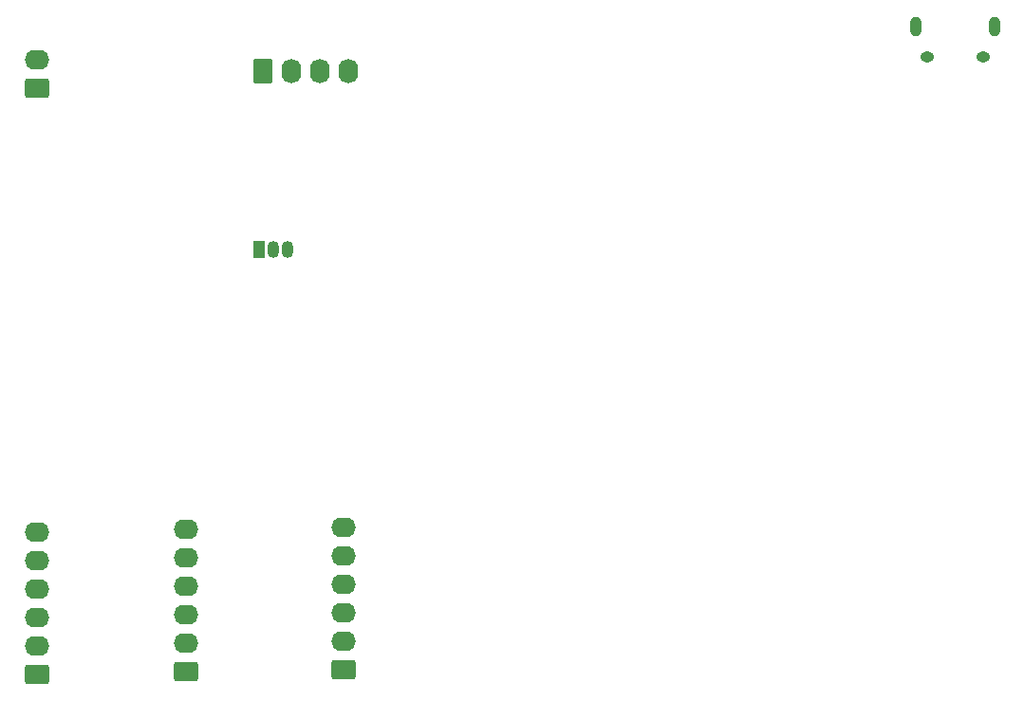
<source format=gbs>
%TF.GenerationSoftware,KiCad,Pcbnew,7.0.10*%
%TF.CreationDate,2024-03-26T17:38:47-05:00*%
%TF.ProjectId,smart_helmet,736d6172-745f-4686-956c-6d65742e6b69,rev?*%
%TF.SameCoordinates,Original*%
%TF.FileFunction,Soldermask,Bot*%
%TF.FilePolarity,Negative*%
%FSLAX46Y46*%
G04 Gerber Fmt 4.6, Leading zero omitted, Abs format (unit mm)*
G04 Created by KiCad (PCBNEW 7.0.10) date 2024-03-26 17:38:47*
%MOMM*%
%LPD*%
G01*
G04 APERTURE LIST*
G04 Aperture macros list*
%AMRoundRect*
0 Rectangle with rounded corners*
0 $1 Rounding radius*
0 $2 $3 $4 $5 $6 $7 $8 $9 X,Y pos of 4 corners*
0 Add a 4 corners polygon primitive as box body*
4,1,4,$2,$3,$4,$5,$6,$7,$8,$9,$2,$3,0*
0 Add four circle primitives for the rounded corners*
1,1,$1+$1,$2,$3*
1,1,$1+$1,$4,$5*
1,1,$1+$1,$6,$7*
1,1,$1+$1,$8,$9*
0 Add four rect primitives between the rounded corners*
20,1,$1+$1,$2,$3,$4,$5,0*
20,1,$1+$1,$4,$5,$6,$7,0*
20,1,$1+$1,$6,$7,$8,$9,0*
20,1,$1+$1,$8,$9,$2,$3,0*%
G04 Aperture macros list end*
%ADD10RoundRect,0.250000X0.845000X-0.620000X0.845000X0.620000X-0.845000X0.620000X-0.845000X-0.620000X0*%
%ADD11O,2.190000X1.740000*%
%ADD12RoundRect,0.250000X-0.620000X-0.845000X0.620000X-0.845000X0.620000X0.845000X-0.620000X0.845000X0*%
%ADD13O,1.740000X2.190000*%
%ADD14R,1.070000X1.500000*%
%ADD15O,1.070000X1.500000*%
%ADD16O,1.016000X1.778000*%
%ADD17O,1.250000X0.950000*%
G04 APERTURE END LIST*
D10*
%TO.C,SensorConn3*%
X162635669Y-113132694D03*
D11*
X162635669Y-110592694D03*
X162635669Y-108052694D03*
X162635669Y-105512694D03*
X162635669Y-102972694D03*
X162635669Y-100432694D03*
%TD*%
D10*
%TO.C,Injector1*%
X135243207Y-61213213D03*
D11*
X135243207Y-58673213D03*
%TD*%
D10*
%TO.C,SensorConn1*%
X135293817Y-113581960D03*
D11*
X135293817Y-111041960D03*
X135293817Y-108501960D03*
X135293817Y-105961960D03*
X135293817Y-103421960D03*
X135293817Y-100881960D03*
%TD*%
D10*
%TO.C,SensorConn2*%
X148566087Y-113294023D03*
D11*
X148566087Y-110754023D03*
X148566087Y-108214023D03*
X148566087Y-105674023D03*
X148566087Y-103134023D03*
X148566087Y-100594023D03*
%TD*%
D12*
%TO.C,BuckConv1*%
X155436600Y-59745523D03*
D13*
X157976600Y-59745523D03*
X160516600Y-59745523D03*
X163056600Y-59745523D03*
%TD*%
D14*
%TO.C,U4*%
X155072830Y-75637066D03*
D15*
X156342830Y-75637066D03*
X157612830Y-75637066D03*
%TD*%
D16*
%TO.C,J1*%
X220685347Y-55734667D03*
D17*
X219685347Y-58434667D03*
X214685347Y-58434667D03*
D16*
X213685347Y-55734667D03*
%TD*%
M02*

</source>
